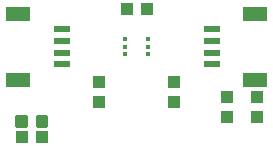
<source format=gtp>
G75*
%MOIN*%
%OFA0B0*%
%FSLAX25Y25*%
%IPPOS*%
%LPD*%
%AMOC8*
5,1,8,0,0,1.08239X$1,22.5*
%
%ADD10R,0.03937X0.04331*%
%ADD11C,0.01181*%
%ADD12R,0.07874X0.04724*%
%ADD13R,0.05315X0.02362*%
%ADD14R,0.04331X0.03937*%
%ADD15R,0.01772X0.01181*%
D10*
X0145833Y0066654D03*
X0145833Y0073346D03*
X0170833Y0073346D03*
X0170833Y0066654D03*
X0188333Y0068346D03*
X0198333Y0068346D03*
X0198333Y0061654D03*
X0188333Y0061654D03*
D11*
X0128164Y0061378D02*
X0128164Y0058622D01*
X0125408Y0058622D01*
X0125408Y0061378D01*
X0128164Y0061378D01*
X0128164Y0059744D02*
X0125408Y0059744D01*
X0125408Y0060866D02*
X0128164Y0060866D01*
X0121259Y0061378D02*
X0121259Y0058622D01*
X0118503Y0058622D01*
X0118503Y0061378D01*
X0121259Y0061378D01*
X0121259Y0059744D02*
X0118503Y0059744D01*
X0118503Y0060866D02*
X0121259Y0060866D01*
D12*
X0118865Y0073976D03*
X0118865Y0096024D03*
X0197802Y0096024D03*
X0197802Y0073976D03*
D13*
X0183333Y0079094D03*
X0183333Y0083031D03*
X0183333Y0086969D03*
X0183333Y0090906D03*
X0133333Y0090906D03*
X0133333Y0086969D03*
X0133333Y0083031D03*
X0133333Y0079094D03*
D14*
X0119987Y0055000D03*
X0126680Y0055000D03*
X0154987Y0097500D03*
X0161680Y0097500D03*
D15*
X0162172Y0087559D03*
X0162172Y0085000D03*
X0162172Y0082441D03*
X0154495Y0082441D03*
X0154495Y0085000D03*
X0154495Y0087559D03*
M02*

</source>
